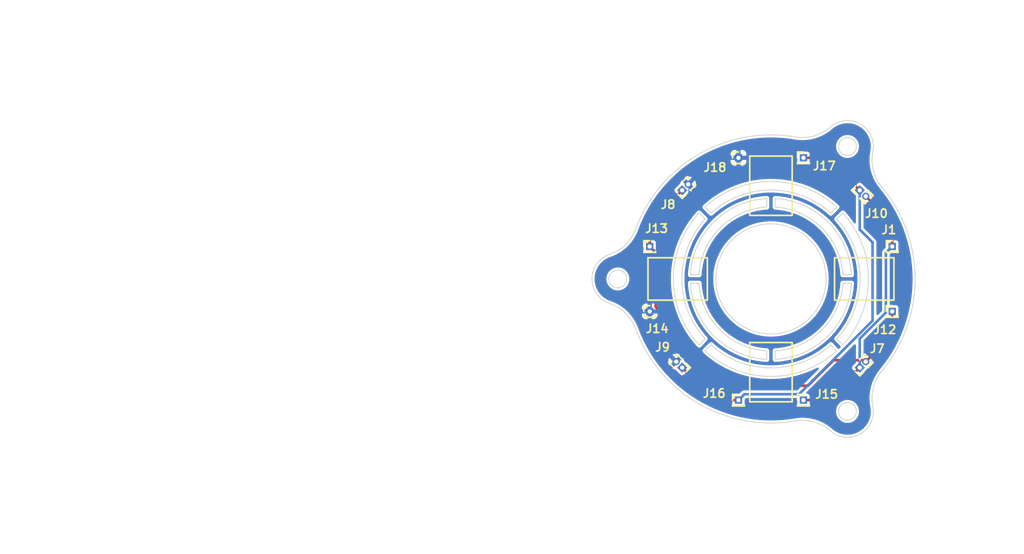
<source format=kicad_pcb>
(kicad_pcb (version 20240108) (generator "pcbnew") (generator_version "8.0")
  (layers (0 "F.Cu" signal) (31 "B.Cu" power) (34 "B.Paste" user) (35 "F.Paste" user) (36 "B.SilkS" user "B.Silkscreen") (37 "F.SilkS" user "F.Silkscreen") (38 "B.Mask" user) (39 "F.Mask" user) (44 "Edge.Cuts" user))
  (net 0 "")
  (net 1 "+3.3VA")
  (net 2 "/Ap")
  (net 3 "GNDA")
  (net 4 "/An")
  (footprint "Connector_PinHeader_1.00mm:PinHeader_1x01_P1.00mm_Vertical" (layer "F.Cu") (at 236.238816 82.197656)
    (property "Reference" "J12" (at -0.867136 2.157864 0) (layer "F.SilkS") (effects (font (thickness 0.2))))
    (property "Value" "Conn_01x01_Pin")
    (fp_line (start -0.695 -0.685) (end 0 -0.685) (stroke (width 0.2)) (layer "F.SilkS"))
    (fp_line (start -0.695 0) (end -0.695 -0.685) (stroke (width 0.2)) (layer "F.SilkS"))
    (fp_line (start -0.695 0.685) (end -0.695 0.56) (stroke (width 0.2)) (layer "F.SilkS"))
    (fp_line (start -0.695 0.685) (end -0.608276 0.685) (stroke (width 0.2)) (layer "F.SilkS"))
    (fp_line (start -0.695 0.685) (end 0.695 0.685) (stroke (width 0.2)) (layer "F.SilkS"))
    (fp_line (start 0.608276 0.685) (end 0.695 0.685) (stroke (width 0.2)) (layer "F.SilkS"))
    (fp_line (start 0.695 0.685) (end 0.695 0.56) (stroke (width 0.2)) (layer "F.SilkS"))
    (pad "1" thru_hole rect (at 0 0) (size 0.85 0.85) (drill 0.5) (layers "*.Cu" "*.Mask") (net 2 "/Ap"))
  )
  (footprint "Connector_PinHeader_1.00mm:PinHeader_1x02_P1.00mm_Vertical" (layer "F.Cu") (at 232.408296 67.901956 45)
    (property "Reference" "J10" (at -0.548008 3.326896 0) (layer "F.SilkS") (effects (font (thickness 0.2))))
    (property "Value" "Conn_01x02_Pin")
    (fp_line (start -0.694999 -0.685001) (end 0 -0.685) (stroke (width 0.2)) (layer "F.SilkS"))
    (fp_line (start -0.695 0) (end -0.694999 -0.685001) (stroke (width 0.2)) (layer "F.SilkS"))
    (fp_line (start -0.695 0.684997) (end -0.608279 0.685001) (stroke (width 0.2)) (layer "F.SilkS"))
    (fp_line (start -0.695 0.684997) (end -0.695001 1.559999) (stroke (width 0.2)) (layer "F.SilkS"))
    (fp_line (start -0.695001 1.559999) (end -0.394493 1.56) (stroke (width 0.2)) (layer "F.SilkS"))
    (fp_line (start 0.608278 0.685003) (end 0.694999 0.685001) (stroke (width 0.2)) (layer "F.SilkS"))
    (fp_line (start 0.694999 0.685001) (end 0.694999 1.56) (stroke (width 0.2)) (layer "F.SilkS"))
    (fp_line (start 0.394494 1.559997) (end 0.694999 1.56) (stroke (width 0.2)) (layer "F.SilkS"))
    (pad "1" thru_hole rect (at 0 0 45) (size 0.85 0.85) (drill 0.5) (layers "*.Cu" "*.Mask") (net 4 "/An"))
    (pad "2" thru_hole oval (at 0 1 45) (size 0.85 0.85) (drill 0.5) (layers "*.Cu" "*.Mask") (net 1 "+3.3VA"))
  )
  (footprint "Connector_PinHeader_1.00mm:PinHeader_1x01_P1.00mm_Vertical" (layer "F.Cu") (at 207.647416 82.197656)
    (property "Reference" "J14" (at 0.882864 2.032864 0) (layer "F.SilkS") (effects (font (thickness 0.2))))
    (property "Value" "Conn_01x01_Pin")
    (fp_line (start -0.695 -0.685) (end 0 -0.685) (stroke (width 0.2)) (layer "F.SilkS"))
    (fp_line (start -0.695 0) (end -0.695 -0.685) (stroke (width 0.2)) (layer "F.SilkS"))
    (fp_line (start -0.695 0.685) (end -0.695 0.56) (stroke (width 0.2)) (layer "F.SilkS"))
    (fp_line (start -0.695 0.685) (end -0.608276 0.685) (stroke (width 0.2)) (layer "F.SilkS"))
    (fp_line (start -0.695 0.685) (end 0.695 0.685) (stroke (width 0.2)) (layer "F.SilkS"))
    (fp_line (start 0.608276 0.685) (end 0.695 0.685) (stroke (width 0.2)) (layer "F.SilkS"))
    (fp_line (start 0.695 0.685) (end 0.695 0.56) (stroke (width 0.2)) (layer "F.SilkS"))
    (pad "1" thru_hole rect (at 0 0) (size 0.85 0.85) (drill 0.5) (layers "*.Cu" "*.Mask") (net 3 "GNDA"))
  )
  (footprint "Connector_PinHeader_1.00mm:PinHeader_1x02_P1.00mm_Vertical" (layer "F.Cu") (at 232.408296 88.832316 135)
    (property "Reference" "J7" (at 0.1303 3.040559 0) (layer "F.SilkS") (effects (font (thickness 0.2))))
    (property "Value" "Conn_01x02_Pin")
    (fp_line (start 0.694999 0.685001) (end 0.694999 1.56) (stroke (width 0.2)) (layer "F.SilkS"))
    (fp_line (start -0.694999 -0.685001) (end 0 -0.685) (stroke (width 0.2)) (layer "F.SilkS"))
    (fp_line (start 0.608278 0.685001) (end 0.694999 0.685001) (stroke (width 0.2)) (layer "F.SilkS"))
    (fp_line (start -0.695 0) (end -0.694999 -0.685001) (stroke (width 0.2)) (layer "F.SilkS"))
    (fp_line (start 0.394493 1.559998) (end 0.694999 1.56) (stroke (width 0.2)) (layer "F.SilkS"))
    (fp_line (start -0.695 0.684998) (end -0.608277 0.685002) (stroke (width 0.2)) (layer "F.SilkS"))
    (fp_line (start -0.695 0.684998) (end -0.695001 1.559999) (stroke (width 0.2)) (layer "F.SilkS"))
    (fp_line (start -0.695001 1.559999) (end -0.394493 1.56) (stroke (width 0.2)) (layer "F.SilkS"))
    (pad "1" thru_hole rect (at 0 0 135) (size 0.85 0.85) (drill 0.5) (layers "*.Cu" "*.Mask") (net 1 "+3.3VA"))
    (pad "2" thru_hole oval (at 0 1 135) (size 0.85 0.85) (drill 0.5) (layers "*.Cu" "*.Mask") (net 2 "/Ap"))
  )
  (footprint "Connector_PinHeader_1.00mm:PinHeader_1x01_P1.00mm_Vertical" (layer "F.Cu") (at 236.238816 74.536616)
    (property "Reference" "J1" (at -0.392136 -1.967136 0) (layer "F.SilkS") (effects (font (thickness 0.2))))
    (property "Value" "Conn_01x01_Pin")
    (fp_line (start -0.695 -0.685) (end 0 -0.685) (stroke (width 0.2)) (layer "F.SilkS"))
    (fp_line (start -0.695 0) (end -0.695 -0.685) (stroke (width 0.2)) (layer "F.SilkS"))
    (fp_line (start -0.695 0.685) (end -0.695 0.56) (stroke (width 0.2)) (layer "F.SilkS"))
    (fp_line (start -0.695 0.685) (end -0.608276 0.685) (stroke (width 0.2)) (layer "F.SilkS"))
    (fp_line (start -0.695 0.685) (end 0.695 0.685) (stroke (width 0.2)) (layer "F.SilkS"))
    (fp_line (start 0.608276 0.685) (end 0.695 0.685) (stroke (width 0.2)) (layer "F.SilkS"))
    (fp_line (start 0.695 0.685) (end 0.695 0.56) (stroke (width 0.2)) (layer "F.SilkS"))
    (pad "1" thru_hole rect (at 0 0) (size 0.85 0.85) (drill 0.5) (layers "*.Cu" "*.Mask") (net 1 "+3.3VA"))
  )
  (footprint "Connector_PinHeader_1.00mm:PinHeader_1x01_P1.00mm_Vertical" (layer "F.Cu") (at 218.112596 92.662836)
    (property "Reference" "J16" (at -2.867136 -0.792136 0) (layer "F.SilkS") (effects (font (thickness 0.2))))
    (property "Value" "Conn_01x01_Pin")
    (fp_line (start -0.695 -0.685) (end 0 -0.685) (stroke (width 0.2)) (layer "F.SilkS"))
    (fp_line (start -0.695 0) (end -0.695 -0.685) (stroke (width 0.2)) (layer "F.SilkS"))
    (fp_line (start -0.695 0.685) (end -0.695 0.56) (stroke (width 0.2)) (layer "F.SilkS"))
    (fp_line (start -0.695 0.685) (end -0.608276 0.685) (stroke (width 0.2)) (layer "F.SilkS"))
    (fp_line (start -0.695 0.685) (end 0.695 0.685) (stroke (width 0.2)) (layer "F.SilkS"))
    (fp_line (start 0.608276 0.685) (end 0.695 0.685) (stroke (width 0.2)) (layer "F.SilkS"))
    (fp_line (start 0.695 0.685) (end 0.695 0.56) (stroke (width 0.2)) (layer "F.SilkS"))
    (pad "1" thru_hole rect (at 0 0) (size 0.85 0.85) (drill 0.5) (layers "*.Cu" "*.Mask") (net 4 "/An"))
  )
  (footprint "Connector_PinHeader_1.00mm:PinHeader_1x01_P1.00mm_Vertical" (layer "F.Cu") (at 218.112596 64.071436)
    (property "Reference" "J18" (at -2.767136 1.132864 0) (layer "F.SilkS") (effects (font (thickness 0.2))))
    (property "Value" "Conn_01x01_Pin")
    (fp_line (start -0.695 -0.685) (end 0 -0.685) (stroke (width 0.2)) (layer "F.SilkS"))
    (fp_line (start -0.695 0) (end -0.695 -0.685) (stroke (width 0.2)) (layer "F.SilkS"))
    (fp_line (start -0.695 0.685) (end -0.695 0.56) (stroke (width 0.2)) (layer "F.SilkS"))
    (fp_line (start -0.695 0.685) (end -0.608276 0.685) (stroke (width 0.2)) (layer "F.SilkS"))
    (fp_line (start -0.695 0.685) (end 0.695 0.685) (stroke (width 0.2)) (layer "F.SilkS"))
    (fp_line (start 0.608276 0.685) (end 0.695 0.685) (stroke (width 0.2)) (layer "F.SilkS"))
    (fp_line (start 0.695 0.685) (end 0.695 0.56) (stroke (width 0.2)) (layer "F.SilkS"))
    (pad "1" thru_hole rect (at 0 0) (size 0.85 0.85) (drill 0.5) (layers "*.Cu" "*.Mask") (net 3 "GNDA"))
  )
  (footprint "Connector_PinHeader_1.00mm:PinHeader_1x01_P1.00mm_Vertical" (layer "F.Cu") (at 207.647416 74.536616)
    (property "Reference" "J13" (at 0.807864 -2.117136 0) (layer "F.SilkS") (effects (font (thickness 0.2))))
    (property "Value" "Conn_01x01_Pin")
    (fp_line (start -0.695 -0.685) (end 0 -0.685) (stroke (width 0.2)) (layer "F.SilkS"))
    (fp_line (start -0.695 0) (end -0.695 -0.685) (stroke (width 0.2)) (layer "F.SilkS"))
    (fp_line (start -0.695 0.685) (end -0.695 0.56) (stroke (width 0.2)) (layer "F.SilkS"))
    (fp_line (start -0.695 0.685) (end -0.608276 0.685) (stroke (width 0.2)) (layer "F.SilkS"))
    (fp_line (start -0.695 0.685) (end 0.695 0.685) (stroke (width 0.2)) (layer "F.SilkS"))
    (fp_line (start 0.608276 0.685) (end 0.695 0.685) (stroke (width 0.2)) (layer "F.SilkS"))
    (fp_line (start 0.695 0.685) (end 0.695 0.56) (stroke (width 0.2)) (layer "F.SilkS"))
    (pad "1" thru_hole rect (at 0 0) (size 0.85 0.85) (drill 0.5) (layers "*.Cu" "*.Mask") (net 2 "/Ap"))
  )
  (footprint "Connector_PinHeader_1.00mm:PinHeader_1x02_P1.00mm_Vertical" (layer "F.Cu") (at 211.477936 67.901956 135)
    (property "Reference" "J8" (at -0.011121 -2.368808 0) (layer "F.SilkS") (effects (font (thickness 0.2))))
    (property "Value" "Conn_01x02_Pin")
    (fp_line (start 0.694999 0.685001) (end 0.694999 1.56) (stroke (width 0.2)) (layer "F.SilkS"))
    (fp_line (start -0.694999 -0.685001) (end 0 -0.685) (stroke (width 0.2)) (layer "F.SilkS"))
    (fp_line (start 0.608277 0.685003) (end 0.694999 0.685001) (stroke (width 0.2)) (layer "F.SilkS"))
    (fp_line (start -0.695 0) (end -0.694999 -0.685001) (stroke (width 0.2)) (layer "F.SilkS"))
    (fp_line (start 0.394494 1.559997) (end 0.694999 1.56) (stroke (width 0.2)) (layer "F.SilkS"))
    (fp_line (start -0.695 0.684997) (end -0.608278 0.685001) (stroke (width 0.2)) (layer "F.SilkS"))
    (fp_line (start -0.695 0.684997) (end -0.695001 1.559999) (stroke (width 0.2)) (layer "F.SilkS"))
    (fp_line (start -0.695001 1.559999) (end -0.394493 1.56) (stroke (width 0.2)) (layer "F.SilkS"))
    (pad "1" thru_hole rect (at 0 0 135) (size 0.85 0.85) (drill 0.5) (layers "*.Cu" "*.Mask") (net 2 "/Ap"))
    (pad "2" thru_hole oval (at 0 1 135) (size 0.85 0.85) (drill 0.5) (layers "*.Cu" "*.Mask") (net 3 "GNDA"))
  )
  (footprint "Connector_PinHeader_1.00mm:PinHeader_1x01_P1.00mm_Vertical" (layer "F.Cu") (at 225.773636 64.071436)
    (property "Reference" "J17" (at 2.457864 0.957864 0) (layer "F.SilkS") (effects (font (thickness 0.2))))
    (property "Value" "Conn_01x01_Pin")
    (fp_line (start -0.695 -0.685) (end 0 -0.685) (stroke (width 0.2)) (layer "F.SilkS"))
    (fp_line (start -0.695 0) (end -0.695 -0.685) (stroke (width 0.2)) (layer "F.SilkS"))
    (fp_line (start -0.695 0.685) (end -0.695 0.56) (stroke (width 0.2)) (layer "F.SilkS"))
    (fp_line (start -0.695 0.685) (end -0.608276 0.685) (stroke (width 0.2)) (layer "F.SilkS"))
    (fp_line (start -0.695 0.685) (end 0.695 0.685) (stroke (width 0.2)) (layer "F.SilkS"))
    (fp_line (start 0.608276 0.685) (end 0.695 0.685) (stroke (width 0.2)) (layer "F.SilkS"))
    (fp_line (start 0.695 0.685) (end 0.695 0.56) (stroke (width 0.2)) (layer "F.SilkS"))
    (pad "1" thru_hole rect (at 0 0) (size 0.85 0.85) (drill 0.5) (layers "*.Cu" "*.Mask") (net 4 "/An"))
  )
  (footprint "Connector_PinHeader_1.00mm:PinHeader_1x01_P1.00mm_Vertical" (layer "F.Cu") (at 225.773636 92.662836)
    (property "Reference" "J15" (at 2.732864 -0.692136 0) (layer "F.SilkS") (effects (font (thickness 0.2))))
    (property "Value" "Conn_01x01_Pin")
    (fp_line (start -0.695 -0.685) (end 0 -0.685) (stroke (width 0.2)) (layer "F.SilkS"))
    (fp_line (start -0.695 0) (end -0.695 -0.685) (stroke (width 0.2)) (layer "F.SilkS"))
    (fp_line (start -0.695 0.685) (end -0.695 0.56) (stroke (width 0.2)) (layer "F.SilkS"))
    (fp_line (start -0.695 0.685) (end -0.608276 0.685) (stroke (width 0.2)) (layer "F.SilkS"))
    (fp_line (start -0.695 0.685) (end 0.695 0.685) (stroke (width 0.2)) (layer "F.SilkS"))
    (fp_line (start 0.608276 0.685) (end 0.695 0.685) (stroke (width 0.2)) (layer "F.SilkS"))
    (fp_line (start 0.695 0.685) (end 0.695 0.56) (stroke (width 0.2)) (layer "F.SilkS"))
    (pad "1" thru_hole rect (at 0 0) (size 0.85 0.85) (drill 0.5) (layers "*.Cu" "*.Mask") (net 1 "+3.3VA"))
  )
  (footprint "Connector_PinHeader_1.00mm:PinHeader_1x02_P1.00mm_Vertical" (layer "F.Cu") (at 211.477936 88.832316 -135)
    (property "Reference" "J9" (at -0.070711 3.347636 0) (layer "F.SilkS") (effects (font (thickness 0.2))))
    (property "Value" "Conn_01x02_Pin")
    (fp_line (start 0.394494 1.559997) (end 0.694999 1.56) (stroke (width 0.2)) (layer "F.SilkS"))
    (fp_line (start 0.694999 0.685001) (end 0.694999 1.56) (stroke (width 0.2)) (layer "F.SilkS"))
    (fp_line (start 0.608277 0.685001) (end 0.694999 0.685001) (stroke (width 0.2)) (layer "F.SilkS"))
    (fp_line (start -0.695001 1.559999) (end -0.394493 1.56) (stroke (width 0.2)) (layer "F.SilkS"))
    (fp_line (start -0.695 0.684997) (end -0.695001 1.559999) (stroke (width 0.2)) (layer "F.SilkS"))
    (fp_line (start -0.695 0.684997) (end -0.608277 0.685001) (stroke (width 0.2)) (layer "F.SilkS"))
    (fp_line (start -0.695 0) (end -0.694999 -0.685001) (stroke (width 0.2)) (layer "F.SilkS"))
    (fp_line (start -0.694999 -0.685001) (end 0 -0.685) (stroke (width 0.2)) (layer "F.SilkS"))
    (pad "1" thru_hole rect (at 0 0 225) (size 0.85 0.85) (drill 0.5) (layers "*.Cu" "*.Mask") (net 4 "/An"))
    (pad "2" thru_hole oval (at 0 1 225) (size 0.85 0.85) (drill 0.5) (layers "*.Cu" "*.Mask") (net 3 "GNDA"))
  )
  (gr_rect (start 219.443116 63.867136) (end 224.443116 70.867136) (stroke (width 0.2)) (fill none) (layer "F.SilkS"))
  (gr_rect (start 219.443116 85.867136) (end 224.443116 92.867136) (stroke (width 0.2)) (fill none) (layer "F.SilkS"))
  (gr_rect (start 229.443116 75.867136) (end 236.443116 80.867136) (stroke (width 0.2)) (fill none) (layer "F.SilkS"))
  (gr_rect (start 207.443116 75.867136) (end 214.443116 80.867136) (stroke (width 0.2)) (fill none) (layer "F.SilkS"))
  (gr_line (start 222.443118 69.881855) (end 222.443118 68.880304) (stroke (width 0.1)) (layer "Edge.Cuts"))
  (gr_line (start 229.712872 85.429783) (end 230.420712 86.137623) (stroke (width 0.1)) (layer "Edge.Cuts"))
  (gr_arc (start 222.443118 68.880304) (mid 228.660629 71.649624) (end 231.42995 77.867136) (stroke (width 0.1)) (layer "Edge.Cuts"))
  (gr_arc (start 222.443118 69.881855) (mid 227.953524 72.35673) (end 230.4284 77.867136) (stroke (width 0.1)) (layer "Edge.Cuts"))
  (gr_arc (start 224.815264 95.122755) (mid 227.018333 95.23894) (end 228.956973 96.291882) (stroke (width 0.1)) (layer "Edge.Cuts"))
  (gr_arc (start 235.017838 67.501975) (mid 238.943118 78.367135) (end 235.017838 89.232296) (stroke (width 0.1)) (layer "Edge.Cuts"))
  (gr_arc (start 202.912905 81.255333) (mid 200.843139 78.367136) (end 202.912905 75.478939) (stroke (width 0.1)) (layer "Edge.Cuts"))
  (gr_line (start 230.420709 70.596652) (end 229.712869 71.304492) (stroke (width 0.1)) (layer "Edge.Cuts"))
  (gr_line (start 229.713602 69.889545) (end 229.00576 70.597387) (stroke (width 0.1)) (layer "Edge.Cuts"))
  (gr_line (start 229.005762 86.136887) (end 229.678394 86.876863) (stroke (width 0.1)) (layer "Edge.Cuts"))
  (gr_line (start 222.443118 87.853971) (end 222.443118 86.852412) (stroke (width 0.1)) (layer "Edge.Cuts"))
  (gr_line (start 214.172632 86.844729) (end 214.880474 86.136887) (stroke (width 0.1)) (layer "Edge.Cuts"))
  (gr_arc (start 221.443118 86.852416) (mid 215.93271 84.377544) (end 213.457839 78.867136) (stroke (width 0.1)) (layer "Edge.Cuts"))
  (gr_arc (start 231.42995 78.867136) (mid 228.660643 85.084662) (end 222.443118 87.853971) (stroke (width 0.1)) (layer "Edge.Cuts"))
  (gr_circle (center 230.968118 93.998894) (end 232.018118 93.998894) (stroke (width 0.1)) (fill none) (layer "Edge.Cuts"))
  (gr_arc (start 205.996254 72.476677) (mid 213.443121 63.644708) (end 224.815264 61.611516) (stroke (width 0.1)) (layer "Edge.Cuts"))
  (gr_arc (start 228.956973 60.442389) (mid 232.493121 60.093994) (end 233.959477 63.330587) (stroke (width 0.1)) (layer "Edge.Cuts"))
  (gr_arc (start 214.172633 69.889544) (mid 221.943117 66.867123) (end 229.713602 69.889545) (stroke (width 0.1)) (layer "Edge.Cuts"))
  (gr_arc (start 202.912905 81.255333) (mid 204.794112 82.40776) (end 205.996254 84.257594) (stroke (width 0.1)) (layer "Edge.Cuts"))
  (gr_line (start 221.443118 69.881861) (end 221.443118 68.880299) (stroke (width 0.1)) (layer "Edge.Cuts"))
  (gr_arc (start 233.959477 93.403685) (mid 234.016892 91.198294) (end 235.017838 89.232296) (stroke (width 0.1)) (layer "Edge.Cuts"))
  (gr_arc (start 229.712869 71.304492) (mid 232.443122 78.367137) (end 229.712872 85.429783) (stroke (width 0.1)) (layer "Edge.Cuts"))
  (gr_line (start 212.456286 78.867136) (end 213.457839 78.867136) (stroke (width 0.1)) (layer "Edge.Cuts"))
  (gr_arc (start 224.815264 95.122755) (mid 213.443115 93.089572) (end 205.996254 84.257594) (stroke (width 0.1)) (layer "Edge.Cuts"))
  (gr_arc (start 214.880474 70.597385) (mid 221.943117 67.867126) (end 229.00576 70.597387) (stroke (width 0.1)) (layer "Edge.Cuts"))
  (gr_arc (start 228.956973 60.442389) (mid 227.018344 61.49537) (end 224.815264 61.611516) (stroke (width 0.1)) (layer "Edge.Cuts"))
  (gr_circle (center 230.968118 62.735377) (end 232.018118 62.735377) (stroke (width 0.1)) (fill none) (layer "Edge.Cuts"))
  (gr_arc (start 212.456285 77.867136) (mid 215.225613 71.64963) (end 221.443118 68.880299) (stroke (width 0.1)) (layer "Edge.Cuts"))
  (gr_arc (start 230.420709 70.596652) (mid 233.443122 78.367137) (end 230.420712 86.137623) (stroke (width 0.1)) (layer "Edge.Cuts"))
  (gr_arc (start 229.005762 86.136887) (mid 221.943118 88.867136) (end 214.880474 86.136887) (stroke (width 0.1)) (layer "Edge.Cuts"))
  (gr_line (start 221.443118 87.853969) (end 221.443118 86.852416) (stroke (width 0.1)) (layer "Edge.Cuts"))
  (gr_arc (start 205.996254 72.476677) (mid 204.794127 74.326526) (end 202.912905 75.478939) (stroke (width 0.1)) (layer "Edge.Cuts"))
  (gr_line (start 230.428399 78.867136) (end 231.42995 78.867136) (stroke (width 0.1)) (layer "Edge.Cuts"))
  (gr_line (start 214.172633 69.889544) (end 214.880474 70.597385) (stroke (width 0.1)) (layer "Edge.Cuts"))
  (gr_arc (start 213.457837 77.867136) (mid 215.93271 72.35673) (end 221.443118 69.881861) (stroke (width 0.1)) (layer "Edge.Cuts"))
  (gr_line (start 213.492629 86.167088) (end 214.173366 85.429781) (stroke (width 0.1)) (layer "Edge.Cuts"))
  (gr_line (start 212.456285 77.867136) (end 213.457837 77.867136) (stroke (width 0.1)) (layer "Edge.Cuts"))
  (gr_arc (start 213.492629 86.167088) (mid 210.443135 78.387155) (end 213.46553 70.596654) (stroke (width 0.1)) (layer "Edge.Cuts"))
  (gr_line (start 231.42995 77.867136) (end 230.4284 77.867136) (stroke (width 0.1)) (layer "Edge.Cuts"))
  (gr_arc (start 230.428399 78.867136) (mid 227.953534 84.37755) (end 222.443118 86.852412) (stroke (width 0.1)) (layer "Edge.Cuts"))
  (gr_line (start 213.46553 70.596654) (end 214.173369 71.304494) (stroke (width 0.1)) (layer "Edge.Cuts"))
  (gr_arc (start 214.173366 85.429781) (mid 211.443118 78.367137) (end 214.173369 71.304494) (stroke (width 0.1)) (layer "Edge.Cuts"))
  (gr_circle (center 221.943118 78.367136) (end 228.443118 78.367136) (stroke (width 0.1)) (fill none) (layer "Edge.Cuts"))
  (gr_circle (center 203.893118 78.367136) (end 204.943118 78.367136) (stroke (width 0.1)) (fill none) (layer "Edge.Cuts"))
  (gr_arc (start 221.443118 87.853969) (mid 215.225602 85.084652) (end 212.456286 78.867136) (stroke (width 0.1)) (layer "Edge.Cuts"))
  (gr_arc (start 229.678394 86.876863) (mid 221.919283 89.867123) (end 214.172632 86.844729) (stroke (width 0.1)) (layer "Edge.Cuts"))
  (gr_arc (start 235.017838 67.501975) (mid 234.016901 65.535975) (end 233.959477 63.330587) (stroke (width 0.1)) (layer "Edge.Cuts"))
  (gr_arc (start 233.959477 93.403685) (mid 232.49312 96.640275) (end 228.956973 96.291882) (stroke (width 0.1)) (layer "Edge.Cuts"))
  (segment (start 225.773636 92.662836) (end 228.577776 92.662836) (width 0.3) (layer "F.Cu") (net 1))
  (segment (start 228.577776 92.662836) (end 232.408296 88.832316) (width 0.3) (layer "F.Cu") (net 1))
  (segment (start 236.238816 74.536616) (end 236.238816 71.732476) (width 0.3) (layer "F.Cu") (net 1))
  (segment (start 236.238816 71.732476) (end 233.115403 68.609063) (width 0.3) (layer "F.Cu") (net 1))
  (segment (start 235.493116 82.329718) (end 235.493116 75.282316) (width 0.3) (layer "B.Cu") (net 1))
  (segment (start 235.493116 75.282316) (end 236.238816 74.536616) (width 0.3) (layer "B.Cu") (net 1))
  (segment (start 232.408296 85.414538) (end 235.493116 82.329718) (width 0.3) (layer "B.Cu") (net 1))
  (segment (start 232.408296 88.832316) (end 232.408296 85.414538) (width 0.3) (layer "B.Cu") (net 1))
  (segment (start 232.944469 87.954275) (end 229.330977 87.954275) (width 0.3) (layer "F.Cu") (net 2))
  (segment (start 236.238816 82.197656) (end 236.238816 85.001796) (width 0.3) (layer "F.Cu") (net 2))
  (segment (start 226.318116 90.967136) (end 217.649286 90.967136) (width 0.3) (layer "F.Cu") (net 2))
  (segment (start 236.238816 85.001796) (end 233.115403 88.125209) (width 0.3) (layer "F.Cu") (net 2))
  (segment (start 207.647416 74.536616) (end 207.647416 71.732476) (width 0.3) (layer "F.Cu") (net 2))
  (segment (start 208.349416 81.667266) (end 208.349416 75.238616) (width 0.3) (layer "F.Cu") (net 2))
  (segment (start 217.649286 90.967136) (end 208.349416 81.667266) (width 0.3) (layer "F.Cu") (net 2))
  (segment (start 207.647416 71.732476) (end 211.477936 67.901956) (width 0.3) (layer "F.Cu") (net 2))
  (segment (start 233.115403 88.125209) (end 232.944469 87.954275) (width 0.3) (layer "F.Cu") (net 2))
  (segment (start 208.349416 75.238616) (end 207.647416 74.536616) (width 0.3) (layer "F.Cu") (net 2))
  (segment (start 207.647416 74.796436) (end 207.647416 74.536616) (width 0.3) (layer "F.Cu") (net 2))
  (segment (start 229.330977 87.954275) (end 226.318116 90.967136) (width 0.3) (layer "F.Cu") (net 2))
  (segment (start 215.308456 64.071436) (end 212.185043 67.194849) (width 0.3) (layer "F.Cu") (net 3))
  (segment (start 207.647416 85.001796) (end 210.770829 88.125209) (width 0.3) (layer "F.Cu") (net 3))
  (segment (start 207.647416 82.197656) (end 207.647416 85.001796) (width 0.3) (layer "F.Cu") (net 3))
  (segment (start 218.112596 64.071436) (end 215.308456 64.071436) (width 0.3) (layer "F.Cu") (net 3))
  (segment (start 207.647416 82.197656) (end 207.647416 75.778478) (width 0.3) (layer "B.Cu") (net 3))
  (segment (start 212.443116 67.452922) (end 212.185043 67.194849) (width 0.3) (layer "B.Cu") (net 3))
  (segment (start 212.355977 67.365783) (end 212.185043 67.194849) (width 0.3) (layer "B.Cu") (net 3))
  (segment (start 212.355977 71.069917) (end 212.355977 67.365783) (width 0.3) (layer "B.Cu") (net 3))
  (segment (start 207.647416 75.778478) (end 212.355977 71.069917) (width 0.3) (layer "B.Cu") (net 3))
  (segment (start 218.112596 92.662836) (end 215.308456 92.662836) (width 0.3) (layer "F.Cu") (net 4))
  (segment (start 225.773636 64.071436) (end 228.577776 64.071436) (width 0.3) (layer "F.Cu") (net 4))
  (segment (start 215.308456 92.662836) (end 211.477936 88.832316) (width 0.3) (layer "F.Cu") (net 4))
  (segment (start 228.577776 64.071436) (end 232.408296 67.901956) (width 0.3) (layer "F.Cu") (net 4))
  (segment (start 233.922489 83.296475) (end 225.251828 91.967136) (width 0.3) (layer "B.Cu") (net 4))
  (segment (start 232.408296 72.536584) (end 233.922489 74.050777) (width 0.3) (layer "B.Cu") (net 4))
  (segment (start 218.808296 91.967136) (end 218.112596 92.662836) (width 0.3) (layer "B.Cu") (net 4))
  (segment (start 233.922489 74.050777) (end 233.922489 83.296475) (width 0.3) (layer "B.Cu") (net 4))
  (segment (start 232.408296 67.901956) (end 232.408296 72.536584) (width 0.3) (layer "B.Cu") (net 4))
  (segment (start 225.251828 91.967136) (end 218.808296 91.967136) (width 0.3) (layer "B.Cu") (net 4))
  (zone (net 3) (net_name "GNDA") (layer "B.Cu") (connect_pads (clearance 0.3)) (min_thickness 0.25) (fill yes (thermal_gap 0.5) (thermal_bridge_width 0.5))
    (polygon (pts (xy 198.368116 57.242136) (xy 199.143116 100.867136) (xy 251.793116 99.817136) (xy 250.143116 49.692136)))
  )
)
</source>
